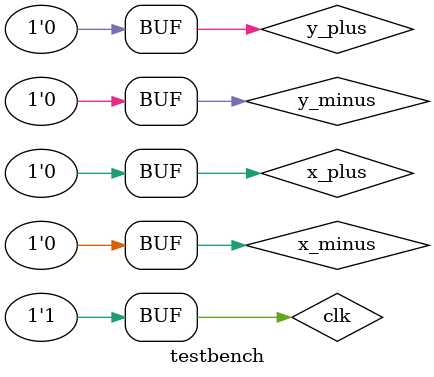
<source format=v>
`timescale 1ns/1ps  
module testbench();
	reg clk;
	
	On_line_adder_testing adder(clk);
	
	initial 
		begin 

			clk=0; //fist cycle
			
			#25;

			clk=1;
			
			#25 //second cycle
			clk=0;
			
			
			#25;

			clk=1;
			
			
			#25;//thrid cycle
			clk=0;	
			
			#25
			clk=1;
			
			#25;//fourth cycle
			clk=0;	
			
			#25
			clk=1;

			#25;//5th cycle
			clk=0;
		
			#25

			x_plus=1;
			x_minus=0;
			y_plus=1;
			y_minus=0;
			clk=1;


			#25;//6th cycle
			clk=0;	
			
			#25

			x_plus=1;
			x_minus=0;
			y_plus=0;
			y_minus=1;
			clk=1;
			
			#25;//7th cycle
			clk=0;	
			
			#25

			x_plus=0;
			x_minus=0;
			y_plus=0;
			y_minus=1;
			clk=1;

			#25;//8th cycle
			clk=0;	
			
			#25
			x_plus=0;
			x_minus=1;
			y_plus=0;
			y_minus=0;
			clk=1;
			
			#25;//9th cycle,waiting output of z
			clk=0;	
			
			#25
			x_plus=0;
			x_minus=0;
			y_plus=0;
			y_minus=0;
			clk=1;

			#25;//10th cycle,waiting output of z
			clk=0;	
			
			#25
			x_plus=0;
			x_minus=0;
			y_plus=0;
			y_minus=0;
			clk=1;

			#25;//10th cycle,waiting output of z
			clk=0;	
			
			#25
			x_plus=0;
			x_minus=0;
			y_plus=0;
			y_minus=0;
			clk=1;

			#25;//10th cycle,waiting output of z
			clk=0;	
			
			#25
			x_plus=0;
			x_minus=0;
			y_plus=0;
			y_minus=0;
			clk=1;

				
			
	
	end 
endmodule
			
			
			
</source>
